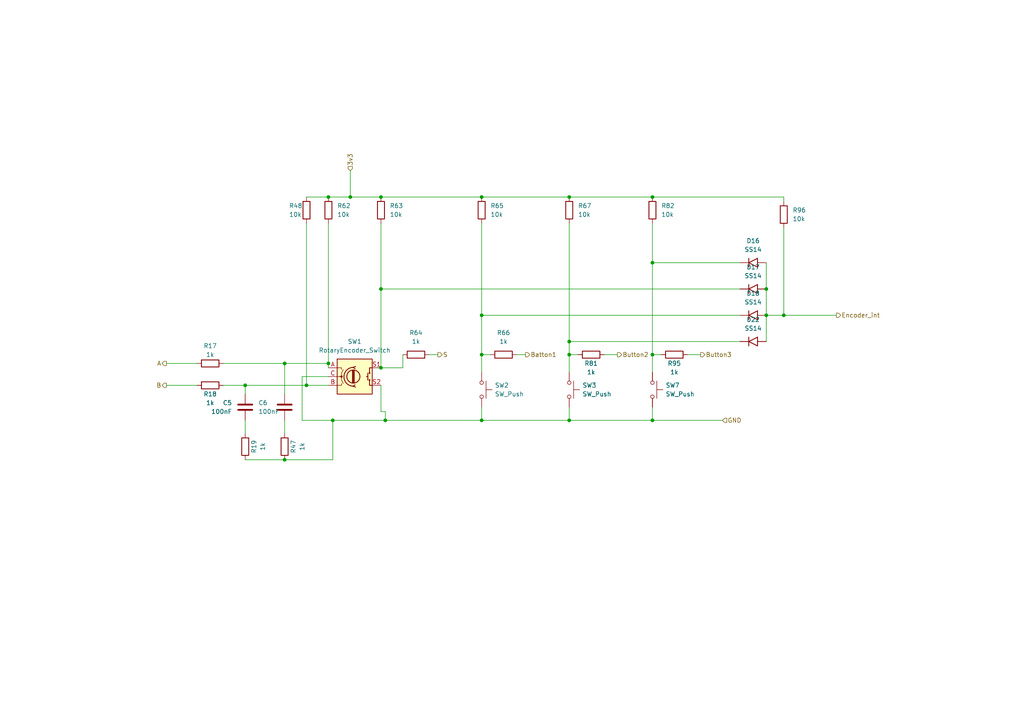
<source format=kicad_sch>
(kicad_sch (version 20231120) (generator "eeschema") (generator_version "8.0")
  (paper "A4")
  (title_block (title "Soldering Station") (date "2024-11-04") (company "BDS-SDCD"))
  (lib_symbols
    (symbol "Den_Castom_lib:SS14" (pin_numbers hide) (pin_names hide)
      (property "Reference" "D" (at 0 5.08 0))
      (property "Value" "SS14" (at 0 2.54 0))
      (symbol "SS14_0_1"
        (polyline (pts (xy -1.27 1.27) (xy -1.27 -1.27)) (stroke (width 0.254)))
        (polyline (pts (xy 1.27 1.27) (xy 1.27 -1.27) (xy -1.27 0) (xy 1.27 1.27)) (stroke (width 0.254)))
      )
      (symbol "SS14_1_1"
        (pin passive line (at -3.81 0 0) (length 2.54) (name "K") (number "1"))
        (pin passive line (at 3.81 0 180) (length 2.54) (name "A") (number "2"))
      )
    )
    (symbol "Device:C" (pin_numbers hide) (pin_names (offset 0.254))
      (property "Reference" "C" (at 0.635 2.54 0))
      (property "Value" "C" (at 0.635 -2.54 0))
      (symbol "C_0_1"
        (polyline (pts (xy -2.032 -0.762) (xy 2.032 -0.762)) (stroke (width 0.508)))
        (polyline (pts (xy -2.032 0.762) (xy 2.032 0.762)) (stroke (width 0.508)))
      )
      (symbol "C_1_1"
        (pin passive line (at 0 3.81 270) (length 2.794) (name "~") (number "1"))
        (pin passive line (at 0 -3.81 90) (length 2.794) (name "~") (number "2"))
      )
    )
    (symbol "Device:R" (pin_numbers hide) (pin_names (offset 0))
      (property "Reference" "R" (at 2.032 0 90))
      (property "Value" "R" (at 0 0 90))
      (symbol "R_0_1"
        (rectangle (start -1.016 -2.54) (end 1.016 2.54) (stroke (width 0.254)))
      )
      (symbol "R_1_1"
        (pin passive line (at 0 3.81 270) (length 1.27) (name "~") (number "1"))
        (pin passive line (at 0 -3.81 90) (length 1.27) (name "~") (number "2"))
      )
    )
    (symbol "Device:RotaryEncoder_Switch" (pin_names (offset 0.254) hide)
      (property "Reference" "SW" (at 0 6.604 0))
      (property "Value" "RotaryEncoder_Switch" (at 0 -6.604 0))
      (symbol "RotaryEncoder_Switch_0_1"
        (rectangle (start -5.08 5.08) (end 5.08 -5.08) (stroke (width 0.254)) (fill (type background)))
        (circle (center -3.81 0) (radius 0.254) (fill (type outline)))
        (circle (center -0.381 0) (radius 1.905) (stroke (width 0.254)))
        (arc (start -0.381 2.667) (mid -3.0988 -0.0635) (end -0.381 -2.794) (stroke (width 0.254)))
        (polyline (pts (xy -0.635 -1.778) (xy -0.635 1.778)) (stroke (width 0.254)))
        (polyline (pts (xy -0.381 -1.778) (xy -0.381 1.778)) (stroke (width 0.254)))
        (polyline (pts (xy -0.127 1.778) (xy -0.127 -1.778)) (stroke (width 0.254)))
        (polyline (pts (xy 3.81 0) (xy 3.429 0)) (stroke (width 0.254)))
        (polyline (pts (xy 3.81 1.016) (xy 3.81 -1.016)) (stroke (width 0.254)))
        (polyline (pts (xy -5.08 -2.54) (xy -3.81 -2.54) (xy -3.81 -2.032)))
        (polyline (pts (xy -5.08 2.54) (xy -3.81 2.54) (xy -3.81 2.032)))
        (polyline (pts (xy 0.254 -3.048) (xy -0.508 -2.794) (xy 0.127 -2.413)) (stroke (width 0.254)))
        (polyline (pts (xy 0.254 2.921) (xy -0.508 2.667) (xy 0.127 2.286)) (stroke (width 0.254)))
        (polyline (pts (xy 5.08 -2.54) (xy 4.318 -2.54) (xy 4.318 -1.016)) (stroke (width 0.254)))
        (polyline (pts (xy 5.08 2.54) (xy 4.318 2.54) (xy 4.318 1.016)) (stroke (width 0.254)))
        (polyline (pts (xy -5.08 0) (xy -3.81 0) (xy -3.81 -1.016) (xy -3.302 -2.032)))
        (polyline (pts (xy -4.318 0) (xy -3.81 0) (xy -3.81 1.016) (xy -3.302 2.032)))
        (circle (center 4.318 -1.016) (radius 0.127) (stroke (width 0.254)))
        (circle (center 4.318 1.016) (radius 0.127) (stroke (width 0.254)))
      )
      (symbol "RotaryEncoder_Switch_1_1"
        (pin passive line (at -7.62 2.54 0) (length 2.54) (name "A") (number "A"))
        (pin passive line (at -7.62 -2.54 0) (length 2.54) (name "B") (number "B"))
        (pin passive line (at -7.62 0 0) (length 2.54) (name "C") (number "C"))
        (pin passive line (at 7.62 2.54 180) (length 2.54) (name "S1") (number "S1"))
        (pin passive line (at 7.62 -2.54 180) (length 2.54) (name "S2") (number "S2"))
      )
    )
    (symbol "Switch:SW_Push" (pin_numbers hide) (pin_names (offset 1.016) hide)
      (property "Reference" "SW" (at 1.27 2.54 0))
      (property "Value" "SW_Push" (at 0 -1.524 0))
      (symbol "SW_Push_0_1"
        (circle (center -2.032 0) (radius 0.508))
        (polyline (pts (xy 0 1.27) (xy 0 3.048)))
        (polyline (pts (xy 2.54 1.27) (xy -2.54 1.27)))
        (circle (center 2.032 0) (radius 0.508))
        (pin passive line (at -5.08 0 0) (length 2.54) (name "1") (number "1"))
        (pin passive line (at 5.08 0 180) (length 2.54) (name "2") (number "2"))
      )
    )
  )
  (junction (at 165.1 121.92))
  (junction (at 95.25 105.41))
  (junction (at 189.23 102.87))
  (junction (at 101.6 57.15))
  (junction (at 95.25 57.15))
  (junction (at 189.23 57.15))
  (junction (at 222.25 83.82))
  (junction (at 165.1 57.15))
  (junction (at 110.49 57.15))
  (junction (at 139.7 121.92))
  (junction (at 222.25 91.44))
  (junction (at 165.1 99.06))
  (junction (at 139.7 91.44))
  (junction (at 139.7 57.15))
  (junction (at 189.23 76.2))
  (junction (at 88.9 111.76))
  (junction (at 96.52 121.92))
  (junction (at 227.33 91.44))
  (junction (at 82.55 105.41))
  (junction (at 82.55 133.35))
  (junction (at 71.12 111.76))
  (junction (at 189.23 121.92))
  (junction (at 139.7 102.87))
  (junction (at 111.76 121.92))
  (junction (at 110.49 106.68))
  (junction (at 165.1 102.87))
  (junction (at 110.49 83.82))
  (wire (pts (xy 82.55 133.35) (xy 96.52 133.35)))
  (wire (pts (xy 139.7 91.44) (xy 214.63 91.44)))
  (wire (pts (xy 139.7 121.92) (xy 165.1 121.92)))
  (wire (pts (xy 139.7 57.15) (xy 165.1 57.15)))
  (wire (pts (xy 48.26 111.76) (xy 57.15 111.76)))
  (wire (pts (xy 124.46 102.87) (xy 127 102.87)))
  (wire (pts (xy 110.49 83.82) (xy 214.63 83.82)))
  (wire (pts (xy 95.25 109.22) (xy 87.63 109.22)))
  (wire (pts (xy 87.63 109.22) (xy 87.63 121.92)))
  (wire (pts (xy 189.23 57.15) (xy 227.33 57.15)))
  (wire (pts (xy 165.1 99.06) (xy 165.1 102.87)))
  (wire (pts (xy 110.49 57.15) (xy 139.7 57.15)))
  (wire (pts (xy 88.9 111.76) (xy 95.25 111.76)))
  (wire (pts (xy 139.7 64.77) (xy 139.7 91.44)))
  (wire (pts (xy 165.1 99.06) (xy 214.63 99.06)))
  (wire (pts (xy 165.1 102.87) (xy 165.1 107.95)))
  (wire (pts (xy 165.1 102.87) (xy 167.64 102.87)))
  (wire (pts (xy 88.9 57.15) (xy 95.25 57.15)))
  (wire (pts (xy 139.7 118.11) (xy 139.7 121.92)))
  (wire (pts (xy 95.25 105.41) (xy 95.25 106.68)))
  (wire (pts (xy 149.86 102.87) (xy 152.4 102.87)))
  (wire (pts (xy 88.9 64.77) (xy 88.9 111.76)))
  (wire (pts (xy 189.23 107.95) (xy 189.23 102.87)))
  (wire (pts (xy 139.7 102.87) (xy 142.24 102.87)))
  (wire (pts (xy 95.25 64.77) (xy 95.25 105.41)))
  (wire (pts (xy 71.12 133.35) (xy 82.55 133.35)))
  (wire (pts (xy 189.23 121.92) (xy 189.23 118.11)))
  (wire (pts (xy 96.52 121.92) (xy 111.76 121.92)))
  (wire (pts (xy 222.25 83.82) (xy 222.25 91.44)))
  (wire (pts (xy 87.63 121.92) (xy 96.52 121.92)))
  (wire (pts (xy 199.39 102.87) (xy 203.2 102.87)))
  (wire (pts (xy 71.12 121.92) (xy 71.12 125.73)))
  (wire (pts (xy 82.55 121.92) (xy 82.55 125.73)))
  (wire (pts (xy 189.23 102.87) (xy 191.77 102.87)))
  (wire (pts (xy 95.25 57.15) (xy 101.6 57.15)))
  (wire (pts (xy 110.49 83.82) (xy 110.49 106.68)))
  (wire (pts (xy 227.33 91.44) (xy 222.25 91.44)))
  (wire (pts (xy 189.23 76.2) (xy 214.63 76.2)))
  (wire (pts (xy 101.6 49.53) (xy 101.6 57.15)))
  (wire (pts (xy 110.49 106.68) (xy 116.84 106.68)))
  (wire (pts (xy 64.77 105.41) (xy 82.55 105.41)))
  (wire (pts (xy 82.55 105.41) (xy 82.55 114.3)))
  (wire (pts (xy 189.23 102.87) (xy 189.23 76.2)))
  (wire (pts (xy 189.23 64.77) (xy 189.23 76.2)))
  (wire (pts (xy 96.52 133.35) (xy 96.52 121.92)))
  (wire (pts (xy 82.55 105.41) (xy 95.25 105.41)))
  (wire (pts (xy 110.49 111.76) (xy 110.49 119.38)))
  (wire (pts (xy 139.7 91.44) (xy 139.7 102.87)))
  (wire (pts (xy 110.49 119.38) (xy 111.76 119.38)))
  (wire (pts (xy 222.25 91.44) (xy 222.25 99.06)))
  (wire (pts (xy 111.76 119.38) (xy 111.76 121.92)))
  (wire (pts (xy 189.23 121.92) (xy 209.55 121.92)))
  (wire (pts (xy 165.1 57.15) (xy 189.23 57.15)))
  (wire (pts (xy 71.12 111.76) (xy 88.9 111.76)))
  (wire (pts (xy 111.76 121.92) (xy 139.7 121.92)))
  (wire (pts (xy 48.26 105.41) (xy 57.15 105.41)))
  (wire (pts (xy 71.12 111.76) (xy 71.12 114.3)))
  (wire (pts (xy 227.33 91.44) (xy 242.57 91.44)))
  (wire (pts (xy 64.77 111.76) (xy 71.12 111.76)))
  (wire (pts (xy 165.1 121.92) (xy 189.23 121.92)))
  (wire (pts (xy 227.33 66.04) (xy 227.33 91.44)))
  (wire (pts (xy 165.1 118.11) (xy 165.1 121.92)))
  (wire (pts (xy 139.7 102.87) (xy 139.7 107.95)))
  (wire (pts (xy 175.26 102.87) (xy 179.07 102.87)))
  (wire (pts (xy 165.1 64.77) (xy 165.1 99.06)))
  (wire (pts (xy 222.25 76.2) (xy 222.25 83.82)))
  (wire (pts (xy 101.6 57.15) (xy 110.49 57.15)))
  (wire (pts (xy 227.33 57.15) (xy 227.33 58.42)))
  (wire (pts (xy 116.84 102.87) (xy 116.84 106.68)))
  (wire (pts (xy 110.49 64.77) (xy 110.49 83.82)))
  (hierarchical_label "GND" (shape input) (at 209.55 121.92 0))
  (hierarchical_label "S" (shape output) (at 127 102.87 0))
  (hierarchical_label "Button3" (shape output) (at 203.2 102.87 0))
  (hierarchical_label "Button2" (shape output) (at 179.07 102.87 0))
  (hierarchical_label "B" (shape output) (at 48.26 111.76 180))
  (hierarchical_label "Batton1" (shape output) (at 152.4 102.87 0))
  (hierarchical_label "A" (shape output) (at 48.26 105.41 180))
  (hierarchical_label "3v3" (shape input) (at 101.6 49.53 90))
  (hierarchical_label "Encoder_int" (shape output) (at 242.57 91.44 0))
  (symbol (lib_id "Den_Castom_lib:SS14") (at 218.44 99.06 0) (unit 1)
    (property "Reference" "D22" (at 218.44 92.71 0))
    (property "Value" "SS14" (at 218.44 95.25 0))
    (property "Footprint" "Diode_SMD:D_SMA" (effects (hide yes)))
    (property "Datasheet" "https://datasheetspdf.com/pdf-down/S/S/1/SS12-Vishay.pdf" (effects (hide yes)))
  )
  (symbol (lib_id "Switch:SW_Push") (at 139.7 113.03 270) (unit 1)
    (property "Reference" "SW2" (at 143.51 111.76 90) (effects (justify left)))
    (property "Value" "SW_Push" (at 143.51 114.3 90) (effects (justify left)))
    (property "Footprint" "Button_Switch_THT:SW_PUSH_6mm" (effects (hide yes)))
  )
  (symbol (lib_id "Switch:SW_Push") (at 165.1 113.03 270) (unit 1)
    (property "Reference" "SW3" (at 168.91 111.76 90) (effects (justify left)))
    (property "Value" "SW_Push" (at 168.91 114.3 90) (effects (justify left)))
    (property "Footprint" "Button_Switch_THT:SW_PUSH_6mm" (effects (hide yes)))
  )
  (symbol (lib_id "Den_Castom_lib:SS14") (at 218.44 76.2 0) (unit 1)
    (property "Reference" "D16" (at 218.44 69.85 0))
    (property "Value" "SS14" (at 218.44 72.39 0))
    (property "Footprint" "Diode_SMD:D_SMA" (effects (hide yes)))
    (property "Datasheet" "https://datasheetspdf.com/pdf-down/S/S/1/SS12-Vishay.pdf" (effects (hide yes)))
  )
  (symbol (lib_id "Device:R") (at 139.7 60.96 0) (unit 1)
    (property "Reference" "R65" (at 142.24 59.69 0) (effects (justify left)))
    (property "Value" "10k" (at 142.24 62.23 0) (effects (justify left)))
    (property "Footprint" "Resistor_SMD:R_1206_3216Metric_Pad1.30x1.75mm_HandSolder" (effects (hide yes)))
  )
  (symbol (lib_id "Device:R") (at 95.25 60.96 0) (unit 1)
    (property "Reference" "R62" (at 97.79 59.69 0) (effects (justify left)))
    (property "Value" "10k" (at 97.79 62.23 0) (effects (justify left)))
    (property "Footprint" "Resistor_SMD:R_1206_3216Metric_Pad1.30x1.75mm_HandSolder" (effects (hide yes)))
  )
  (symbol (lib_id "Den_Castom_lib:SS14") (at 218.44 83.82 0) (unit 1)
    (property "Reference" "D17" (at 218.44 77.47 0))
    (property "Value" "SS14" (at 218.44 80.01 0))
    (property "Footprint" "Diode_SMD:D_SMA" (effects (hide yes)))
    (property "Datasheet" "https://datasheetspdf.com/pdf-down/S/S/1/SS12-Vishay.pdf" (effects (hide yes)))
  )
  (symbol (lib_id "Device:R") (at 110.49 60.96 0) (unit 1)
    (property "Reference" "R63" (at 113.03 59.69 0) (effects (justify left)))
    (property "Value" "10k" (at 113.03 62.23 0) (effects (justify left)))
    (property "Footprint" "Resistor_SMD:R_1206_3216Metric_Pad1.30x1.75mm_HandSolder" (effects (hide yes)))
  )
  (symbol (lib_id "Den_Castom_lib:SS14") (at 218.44 91.44 0) (unit 1)
    (property "Reference" "D18" (at 218.44 85.09 0))
    (property "Value" "SS14" (at 218.44 87.63 0))
    (property "Footprint" "Diode_SMD:D_SMA" (effects (hide yes)))
    (property "Datasheet" "https://datasheetspdf.com/pdf-down/S/S/1/SS12-Vishay.pdf" (effects (hide yes)))
  )
  (symbol (lib_id "Device:R") (at 120.65 102.87 90) (unit 1)
    (property "Reference" "R64" (at 120.65 96.52 90))
    (property "Value" "1k" (at 120.65 99.06 90))
    (property "Footprint" "Resistor_SMD:R_1206_3216Metric_Pad1.30x1.75mm_HandSolder" (effects (hide yes)))
  )
  (symbol (lib_id "Device:RotaryEncoder_Switch") (at 102.87 109.22 0) (unit 1)
    (property "Reference" "SW1" (at 102.87 99.06 0))
    (property "Value" "RotaryEncoder_Switch" (at 102.87 101.6 0))
    (property "Footprint" "Rotary_Encoder:RotaryEncoder_Bourns_Vertical_PEC12R-3x17F-Sxxxx" (effects (hide yes)))
  )
  (symbol (lib_id "Device:R") (at 146.05 102.87 90) (unit 1)
    (property "Reference" "R66" (at 146.05 96.52 90))
    (property "Value" "1k" (at 146.05 99.06 90))
    (property "Footprint" "Resistor_SMD:R_1206_3216Metric_Pad1.30x1.75mm_HandSolder" (effects (hide yes)))
  )
  (symbol (lib_id "Device:R") (at 195.58 102.87 270) (unit 1)
    (property "Reference" "R95" (at 195.58 105.41 90))
    (property "Value" "1k" (at 195.58 107.95 90))
    (property "Footprint" "Resistor_SMD:R_1206_3216Metric_Pad1.30x1.75mm_HandSolder" (effects (hide yes)))
  )
  (symbol (lib_id "Device:R") (at 88.9 60.96 0) (unit 1)
    (property "Reference" "R48" (at 83.82 59.69 0) (effects (justify left)))
    (property "Value" "10k" (at 83.82 62.23 0) (effects (justify left)))
    (property "Footprint" "Resistor_SMD:R_1206_3216Metric_Pad1.30x1.75mm_HandSolder" (effects (hide yes)))
  )
  (symbol (lib_id "Device:R") (at 171.45 102.87 270) (unit 1)
    (property "Reference" "R81" (at 171.45 105.41 90))
    (property "Value" "1k" (at 171.45 107.95 90))
    (property "Footprint" "Resistor_SMD:R_1206_3216Metric_Pad1.30x1.75mm_HandSolder" (effects (hide yes)))
  )
  (symbol (lib_id "Device:R") (at 227.33 62.23 0) (unit 1)
    (property "Reference" "R96" (at 229.87 60.96 0) (effects (justify left)))
    (property "Value" "10k" (at 229.87 63.5 0) (effects (justify left)))
    (property "Footprint" "Resistor_SMD:R_1206_3216Metric_Pad1.30x1.75mm_HandSolder" (effects (hide yes)))
  )
  (symbol (lib_id "Device:R") (at 60.96 111.76 90) (unit 1)
    (property "Reference" "R18" (at 60.96 114.3 90))
    (property "Value" "1k" (at 60.96 116.84 90))
    (property "Footprint" "Resistor_SMD:R_1206_3216Metric_Pad1.30x1.75mm_HandSolder" (effects (hide yes)))
  )
  (symbol (lib_id "Device:R") (at 82.55 129.54 180) (unit 1)
    (property "Reference" "R47" (at 85.09 129.54 90))
    (property "Value" "1k" (at 87.63 129.54 90))
    (property "Footprint" "Resistor_SMD:R_1206_3216Metric_Pad1.30x1.75mm_HandSolder" (effects (hide yes)))
  )
  (symbol (lib_id "Device:R") (at 71.12 129.54 180) (unit 1)
    (property "Reference" "R19" (at 73.66 129.54 90))
    (property "Value" "1k" (at 76.2 129.54 90))
    (property "Footprint" "Resistor_SMD:R_1206_3216Metric_Pad1.30x1.75mm_HandSolder" (effects (hide yes)))
  )
  (symbol (lib_id "Device:R") (at 189.23 60.96 0) (unit 1)
    (property "Reference" "R82" (at 191.77 59.69 0) (effects (justify left)))
    (property "Value" "10k" (at 191.77 62.23 0) (effects (justify left)))
    (property "Footprint" "Resistor_SMD:R_1206_3216Metric_Pad1.30x1.75mm_HandSolder" (effects (hide yes)))
  )
  (symbol (lib_id "Device:C") (at 71.12 118.11 0) (mirror y) (unit 1)
    (property "Reference" "C5" (at 67.31 116.84 0) (effects (justify left)))
    (property "Value" "100nF" (at 67.31 119.38 0) (effects (justify left)))
    (property "Footprint" "Capacitor_SMD:C_1206_3216Metric" (effects (hide yes)))
  )
  (symbol (lib_id "Device:R") (at 60.96 105.41 90) (unit 1)
    (property "Reference" "R17" (at 60.96 100.33 90))
    (property "Value" "1k" (at 60.96 102.87 90))
    (property "Footprint" "Resistor_SMD:R_1206_3216Metric_Pad1.30x1.75mm_HandSolder" (effects (hide yes)))
  )
  (symbol (lib_id "Switch:SW_Push") (at 189.23 113.03 270) (unit 1)
    (property "Reference" "SW7" (at 193.04 111.76 90) (effects (justify left)))
    (property "Value" "SW_Push" (at 193.04 114.3 90) (effects (justify left)))
    (property "Footprint" "Button_Switch_THT:SW_PUSH_6mm" (effects (hide yes)))
  )
  (symbol (lib_id "Device:C") (at 82.55 118.11 0) (unit 1)
    (property "Reference" "C6" (at 74.93 116.84 0) (effects (justify left)))
    (property "Value" "100nF" (at 74.93 119.38 0) (effects (justify left)))
    (property "Footprint" "Capacitor_SMD:C_1206_3216Metric" (effects (hide yes)))
  )
  (symbol (lib_id "Device:R") (at 165.1 60.96 0) (unit 1)
    (property "Reference" "R67" (at 167.64 59.69 0) (effects (justify left)))
    (property "Value" "10k" (at 167.64 62.23 0) (effects (justify left)))
    (property "Footprint" "Resistor_SMD:R_1206_3216Metric_Pad1.30x1.75mm_HandSolder" (effects (hide yes)))
  )
)
</source>
